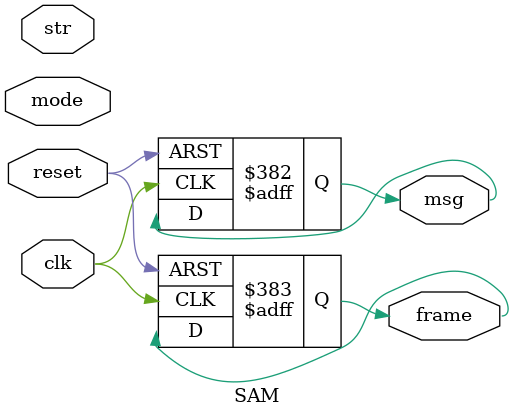
<source format=v>

module SAM (str, mode, clk, reset, msg, frame);
	
	//input
	input str;
	input mode;
	input clk;
	input reset;
	
	//output
	output reg msg;
	output reg frame;
	
	reg [3:0] n = 4'b0000;
	reg [31:0] d = 32'b00;
	reg [31:0] capsN = 32'b0;
	
	reg[2:0] counter0 = 3'b100;		//log2(n) = log2(4) = 2 bits
	reg[15:0] counter1 = 16'b0;				//log2( 2^max(n) )=log2( 2^ 1111)=log2(2^15) = 15 bits
	reg[15:0] counter2 = 16'b0;


	always @(posedge clk, negedge reset) begin
     
		if (!reset) begin msg <= 0; frame <=0; end
		else if (mode) begin 				
				if(counter0) 
					begin  
						n[counter0-1] <= str; 
						counter0 <= counter0-1; 
						if(counter0==3'b001) begin
							#1 counter1 <= 2**n; 		//logw paralilias 
							#1 counter2 <= 2**n;
						end
					end
				else if(counter1) 
					begin  
						d[counter1-1]<= str; 
						counter1<= counter1-1; 
					end
				else if(counter2) 
					begin  
						capsN[counter2-1]<= str; 
						counter2<= counter2-1; 
					end
					
				
				
			//else if (!mode) begin 
			
			//end
		end
		
   
	
	end

endmodule
</source>
